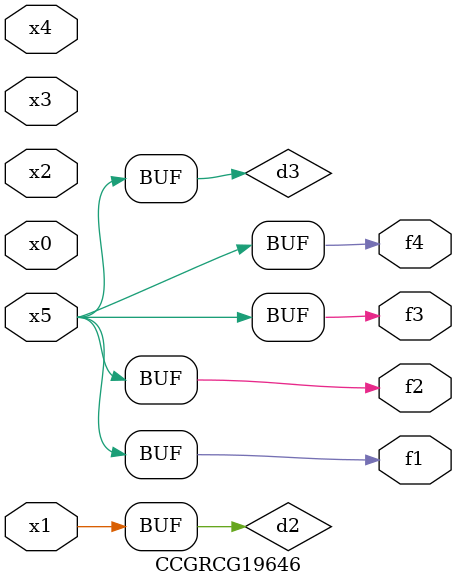
<source format=v>
module CCGRCG19646(
	input x0, x1, x2, x3, x4, x5,
	output f1, f2, f3, f4
);

	wire d1, d2, d3;

	not (d1, x5);
	or (d2, x1);
	xnor (d3, d1);
	assign f1 = d3;
	assign f2 = d3;
	assign f3 = d3;
	assign f4 = d3;
endmodule

</source>
